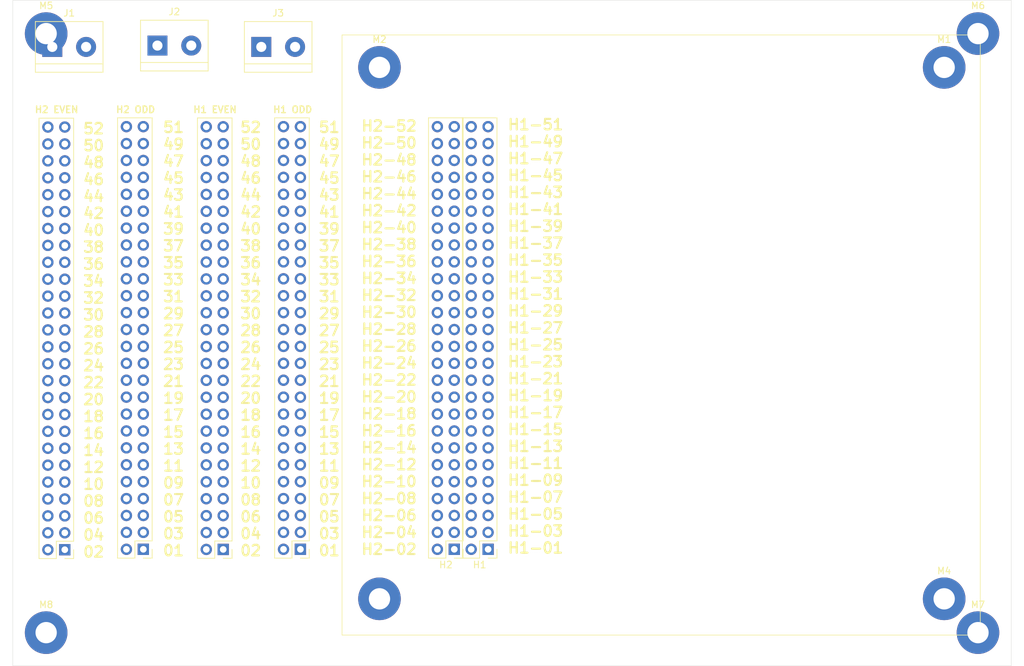
<source format=kicad_pcb>
(kicad_pcb (version 20240108) (generator "pcbnew") (generator_version "8.0")
  (layers (0 "F.Cu" signal) (1 "In1.Cu" signal) (2 "In2.Cu" signal) (31 "B.Cu" signal) (34 "B.Paste" user) (35 "F.Paste" user) (36 "B.SilkS" user "B.Silkscreen") (37 "F.SilkS" user "F.Silkscreen") (38 "B.Mask" user) (39 "F.Mask" user) (44 "Edge.Cuts" user))
  (net 0 "")
  (net 1 "H1-03")
  (net 2 "H1-04")
  (net 3 "H1-24")
  (net 4 "H1-13")
  (net 5 "H1-30")
  (net 6 "H1-38")
  (net 7 "H1-26")
  (net 8 "H1-10")
  (net 9 "H1-17")
  (net 10 "H1-32")
  (net 11 "H1-18")
  (net 12 "H1-41")
  (net 13 "H1-39")
  (net 14 "H1-46")
  (net 15 "H1-47")
  (net 16 "H1-45")
  (net 17 "H1-36")
  (net 18 "H1-48")
  (net 19 "H1-52")
  (net 20 "H1-25")
  (net 21 "H1-14")
  (net 22 "H1-19")
  (net 23 "H1-16")
  (net 24 "H1-22")
  (net 25 "H1-50")
  (net 26 "H1-37")
  (net 27 "H1-51")
  (net 28 "H1-15")
  (net 29 "H1-06")
  (net 30 "H1-44")
  (net 31 "H1-11")
  (net 32 "H1-27")
  (net 33 "H1-01")
  (net 34 "H1-43")
  (net 35 "H1-09")
  (net 36 "H1-31")
  (net 37 "H1-33")
  (net 38 "H1-21")
  (net 39 "H1-49")
  (net 40 "H1-12")
  (net 41 "H1-42")
  (net 42 "H1-35")
  (net 43 "H1-08")
  (net 44 "H1-29")
  (net 45 "H1-02")
  (net 46 "H1-40")
  (net 47 "H1-34")
  (net 48 "H1-28")
  (net 49 "H1-05")
  (net 50 "H1-07")
  (net 51 "H1-23")
  (net 52 "H1-20")
  (net 53 "H2-13")
  (net 54 "H2-10")
  (net 55 "H2-06")
  (net 56 "H2-25")
  (net 57 "H2-50")
  (net 58 "H2-29")
  (net 59 "H2-33")
  (net 60 "H2-14")
  (net 61 "H2-51")
  (net 62 "H2-48")
  (net 63 "H2-35")
  (net 64 "H2-27")
  (net 65 "H2-09")
  (net 66 "H2-02")
  (net 67 "H2-34")
  (net 68 "H2-22")
  (net 69 "H2-49")
  (net 70 "H2-42")
  (net 71 "H2-38")
  (net 72 "H2-11")
  (net 73 "H2-36")
  (net 74 "H2-17")
  (net 75 "H2-03")
  (net 76 "H2-08")
  (net 77 "H2-44")
  (net 78 "H2-12")
  (net 79 "H2-52")
  (net 80 "H2-41")
  (net 81 "H2-05")
  (net 82 "H2-01")
  (net 83 "H2-20")
  (net 84 "H2-23")
  (net 85 "H2-45")
  (net 86 "H2-04")
  (net 87 "H2-40")
  (net 88 "H2-16")
  (net 89 "H2-07")
  (net 90 "H2-24")
  (net 91 "H2-21")
  (net 92 "H2-47")
  (net 93 "H2-15")
  (net 94 "H2-39")
  (net 95 "H2-19")
  (net 96 "H2-18")
  (net 97 "H2-46")
  (net 98 "H2-43")
  (net 99 "H2-37")
  (footprint "Connector_PinHeader_2.54mm:PinHeader_2x26_P2.54mm_Vertical" (layer "F.Cu") (at 131.6 132.5 180)
    (property "Reference" "H1E1" (hide yes))
    (property "Value" "H1-02x26_Even")
    (pad "1" thru_hole rect (at 0 0 180) (size 1.7 1.7) (drill 1) (layers "*.Cu" "*.Mask") (net 45 "H1-02"))
    (pad "2" thru_hole oval (at 2.54 0 180) (size 1.7 1.7) (drill 1) (layers "*.Cu" "*.Mask") (net 45 "H1-02"))
    (pad "3" thru_hole oval (at 0 2.54 180) (size 1.7 1.7) (drill 1) (layers "*.Cu" "*.Mask") (net 2 "H1-04"))
    (pad "4" thru_hole oval (at 2.54 2.54 180) (size 1.7 1.7) (drill 1) (layers "*.Cu" "*.Mask") (net 2 "H1-04"))
    (pad "5" thru_hole oval (at 0 5.08 180) (size 1.7 1.7) (drill 1) (layers "*.Cu" "*.Mask") (net 29 "H1-06"))
    (pad "6" thru_hole oval (at 2.54 5.08 180) (size 1.7 1.7) (drill 1) (layers "*.Cu" "*.Mask") (net 29 "H1-06"))
    (pad "7" thru_hole oval (at 0 7.62 180) (size 1.7 1.7) (drill 1) (layers "*.Cu" "*.Mask") (net 43 "H1-08"))
    (pad "8" thru_hole oval (at 2.54 7.62 180) (size 1.7 1.7) (drill 1) (layers "*.Cu" "*.Mask") (net 43 "H1-08"))
    (pad "9" thru_hole oval (at 0 10.16 180) (size 1.7 1.7) (drill 1) (layers "*.Cu" "*.Mask") (net 8 "H1-10"))
    (pad "10" thru_hole oval (at 2.54 10.16 180) (size 1.7 1.7) (drill 1) (layers "*.Cu" "*.Mask") (net 8 "H1-10"))
    (pad "11" thru_hole oval (at 0 12.7 180) (size 1.7 1.7) (drill 1) (layers "*.Cu" "*.Mask") (net 40 "H1-12"))
    (pad "12" thru_hole oval (at 2.54 12.7 180) (size 1.7 1.7) (drill 1) (layers "*.Cu" "*.Mask") (net 40 "H1-12"))
    (pad "13" thru_hole oval (at 0 15.24 180) (size 1.7 1.7) (drill 1) (layers "*.Cu" "*.Mask") (net 21 "H1-14"))
    (pad "14" thru_hole oval (at 2.54 15.24 180) (size 1.7 1.7) (drill 1) (layers "*.Cu" "*.Mask") (net 21 "H1-14"))
    (pad "15" thru_hole oval (at 0 17.78 180) (size 1.7 1.7) (drill 1) (layers "*.Cu" "*.Mask") (net 23 "H1-16"))
    (pad "16" thru_hole oval (at 2.54 17.78 180) (size 1.7 1.7) (drill 1) (layers "*.Cu" "*.Mask") (net 23 "H1-16"))
    (pad "17" thru_hole oval (at 0 20.32 180) (size 1.7 1.7) (drill 1) (layers "*.Cu" "*.Mask") (net 11 "H1-18"))
    (pad "18" thru_hole oval (at 2.54 20.32 180) (size 1.7 1.7) (drill 1) (layers "*.Cu" "*.Mask") (net 11 "H1-18"))
    (pad "19" thru_hole oval (at 0 22.86 180) (size 1.7 1.7) (drill 1) (layers "*.Cu" "*.Mask") (net 52 "H1-20"))
    (pad "20" thru_hole oval (at 2.54 22.86 180) (size 1.7 1.7) (drill 1) (layers "*.Cu" "*.Mask") (net 52 "H1-20"))
    (pad "21" thru_hole oval (at 0 25.4 180) (size 1.7 1.7) (drill 1) (layers "*.Cu" "*.Mask") (net 24 "H1-22"))
    (pad "22" thru_hole oval (at 2.54 25.4 180) (size 1.7 1.7) (drill 1) (layers "*.Cu" "*.Mask") (net 24 "H1-22"))
    (pad "23" thru_hole oval (at 0 27.94 180) (size 1.7 1.7) (drill 1) (layers "*.Cu" "*.Mask") (net 3 "H1-24"))
    (pad "24" thru_hole oval (at 2.54 27.94 180) (size 1.7 1.7) (drill 1) (layers "*.Cu" "*.Mask") (net 3 "H1-24"))
    (pad "25" thru_hole oval (at 0 30.48 180) (size 1.7 1.7) (drill 1) (layers "*.Cu" "*.Mask") (net 7 "H1-26"))
    (pad "26" thru_hole oval (at 2.54 30.48 180) (size 1.7 1.7) (drill 1) (layers "*.Cu" "*.Mask") (net 7 "H1-26"))
    (pad "27" thru_hole oval (at 0 33.02 180) (size 1.7 1.7) (drill 1) (layers "*.Cu" "*.Mask") (net 48 "H1-28"))
    (pad "28" thru_hole oval (at 2.54 33.02 180) (size 1.7 1.7) (drill 1) (layers "*.Cu" "*.Mask") (net 48 "H1-28"))
    (pad "29" thru_hole oval (at 0 35.56 180) (size 1.7 1.7) (drill 1) (layers "*.Cu" "*.Mask") (net 5 "H1-30"))
    (pad "30" thru_hole oval (at 2.54 35.56 180) (size 1.7 1.7) (drill 1) (layers "*.Cu" "*.Mask") (net 5 "H1-30"))
    (pad "31" thru_hole oval (at 0 38.1 180) (size 1.7 1.7) (drill 1) (layers "*.Cu" "*.Mask") (net 10 "H1-32"))
    (pad "32" thru_hole oval (at 2.54 38.1 180) (size 1.7 1.7) (drill 1) (layers "*.Cu" "*.Mask") (net 10 "H1-32"))
    (pad "33" thru_hole oval (at 0 40.64 180) (size 1.7 1.7) (drill 1) (layers "*.Cu" "*.Mask") (net 47 "H1-34"))
    (pad "34" thru_hole oval (at 2.54 40.64 180) (size 1.7 1.7) (drill 1) (layers "*.Cu" "*.Mask") (net 47 "H1-34"))
    (pad "35" thru_hole oval (at 0 43.18 180) (size 1.7 1.7) (drill 1) (layers "*.Cu" "*.Mask") (net 17 "H1-36"))
    (pad "36" thru_hole oval (at 2.54 43.18 180) (size 1.7 1.7) (drill 1) (layers "*.Cu" "*.Mask") (net 17 "H1-36"))
    (pad "37" thru_hole oval (at 0 45.72 180) (size 1.7 1.7) (drill 1) (layers "*.Cu" "*.Mask") (net 6 "H1-38"))
    (pad "38" thru_hole oval (at 2.54 45.72 180) (size 1.7 1.7) (drill 1) (layers "*.Cu" "*.Mask") (net 6 "H1-38"))
    (pad "39" thru_hole oval (at 0 48.26 180) (size 1.7 1.7) (drill 1) (layers "*.Cu" "*.Mask") (net 46 "H1-40"))
    (pad "40" thru_hole oval (at 2.54 48.26 180) (size 1.7 1.7) (drill 1) (layers "*.Cu" "*.Mask") (net 46 "H1-40"))
    (pad "41" thru_hole oval (at 0 50.8 180) (size 1.7 1.7) (drill 1) (layers "*.Cu" "*.Mask") (net 41 "H1-42"))
    (pad "42" thru_hole oval (at 2.54 50.8 180) (size 1.7 1.7) (drill 1) (layers "*.Cu" "*.Mask") (net 41 "H1-42"))
    (pad "43" thru_hole oval (at 0 53.34 180) (size 1.7 1.7) (drill 1) (layers "*.Cu" "*.Mask") (net 30 "H1-44"))
    (pad "44" thru_hole oval (at 2.54 53.34 180) (size 1.7 1.7) (drill 1) (layers "*.Cu" "*.Mask") (net 30 "H1-44"))
    (pad "45" thru_hole oval (at 0 55.88 180) (size 1.7 1.7) (drill 1) (layers "*.Cu" "*.Mask") (net 14 "H1-46"))
    (pad "46" thru_hole oval (at 2.54 55.88 180) (size 1.7 1.7) (drill 1) (layers "*.Cu" "*.Mask") (net 14 "H1-46"))
    (pad "47" thru_hole oval (at 0 58.42 180) (size 1.7 1.7) (drill 1) (layers "*.Cu" "*.Mask") (net 18 "H1-48"))
    (pad "48" thru_hole oval (at 2.54 58.42 180) (size 1.7 1.7) (drill 1) (layers "*.Cu" "*.Mask") (net 18 "H1-48"))
    (pad "49" thru_hole oval (at 0 60.96 180) (size 1.7 1.7) (drill 1) (layers "*.Cu" "*.Mask") (net 25 "H1-50"))
    (pad "50" thru_hole oval (at 2.54 60.96 180) (size 1.7 1.7) (drill 1) (layers "*.Cu" "*.Mask") (net 25 "H1-50"))
    (pad "51" thru_hole oval (at 0 63.5 180) (size 1.7 1.7) (drill 1) (layers "*.Cu" "*.Mask") (net 19 "H1-52"))
    (pad "52" thru_hole oval (at 2.54 63.5 180) (size 1.7 1.7) (drill 1) (layers "*.Cu" "*.Mask") (net 19 "H1-52"))
  )
  (footprint "Connector_PinHeader_2.54mm:PinHeader_2x26_P2.54mm_Vertical" (layer "F.Cu") (at 171.4 132.48 180)
    (property "Reference" "H1" (at 1.27 -2.33 180) (layer "F.SilkS"))
    (property "Value" "H1-02x26")
    (pad "1" thru_hole rect (at 0 0 180) (size 1.7 1.7) (drill 1) (layers "*.Cu" "*.Mask") (net 33 "H1-01"))
    (pad "2" thru_hole oval (at 2.54 0 180) (size 1.7 1.7) (drill 1) (layers "*.Cu" "*.Mask") (net 45 "H1-02"))
    (pad "3" thru_hole oval (at 0 2.54 180) (size 1.7 1.7) (drill 1) (layers "*.Cu" "*.Mask") (net 1 "H1-03"))
    (pad "4" thru_hole oval (at 2.54 2.54 180) (size 1.7 1.7) (drill 1) (layers "*.Cu" "*.Mask") (net 2 "H1-04"))
    (pad "5" thru_hole oval (at 0 5.08 180) (size 1.7 1.7) (drill 1) (layers "*.Cu" "*.Mask") (net 49 "H1-05"))
    (pad "6" thru_hole oval (at 2.54 5.08 180) (size 1.7 1.7) (drill 1) (layers "*.Cu" "*.Mask") (net 29 "H1-06"))
    (pad "7" thru_hole oval (at 0 7.62 180) (size 1.7 1.7) (drill 1) (layers "*.Cu" "*.Mask") (net 50 "H1-07"))
    (pad "8" thru_hole oval (at 2.54 7.62 180) (size 1.7 1.7) (drill 1) (layers "*.Cu" "*.Mask") (net 43 "H1-08"))
    (pad "9" thru_hole oval (at 0 10.16 180) (size 1.7 1.7) (drill 1) (layers "*.Cu" "*.Mask") (net 35 "H1-09"))
    (pad "10" thru_hole oval (at 2.54 10.16 180) (size 1.7 1.7) (drill 1) (layers "*.Cu" "*.Mask") (net 8 "H1-10"))
    (pad "11" thru_hole oval (at 0 12.7 180) (size 1.7 1.7) (drill 1) (layers "*.Cu" "*.Mask") (net 31 "H1-11"))
    (pad "12" thru_hole oval (at 2.54 12.7 180) (size 1.7 1.7) (drill 1) (layers "*.Cu" "*.Mask") (net 40 "H1-12"))
    (pad "13" thru_hole oval (at 0 15.24 180) (size 1.7 1.7) (drill 1) (layers "*.Cu" "*.Mask") (net 4 "H1-13"))
    (pad "14" thru_hole oval (at 2.54 15.24 180) (size 1.7 1.7) (drill 1) (layers "*.Cu" "*.Mask") (net 21 "H1-14"))
    (pad "15" thru_hole oval (at 0 17.78 180) (size 1.7 1.7) (drill 1) (layers "*.Cu" "*.Mask") (net 28 "H1-15"))
    (pad "16" thru_hole oval (at 2.54 17.78 180) (size 1.7 1.7) (drill 1) (layers "*.Cu" "*.Mask") (net 23 "H1-16"))
    (pad "17" thru_hole oval (at 0 20.32 180) (size 1.7 1.7) (drill 1) (layers "*.Cu" "*.Mask") (net 9 "H1-17"))
    (pad "18" thru_hole oval (at 2.54 20.32 180) (size 1.7 1.7) (drill 1) (layers "*.Cu" "*.Mask") (net 11 "H1-18"))
    (pad "19" thru_hole oval (at 0 22.86 180) (size 1.7 1.7) (drill 1) (layers "*.Cu" "*.Mask") (net 22 "H1-19"))
    (pad "20" thru_hole oval (at 2.54 22.86 180) (size 1.7 1.7) (drill 1) (layers "*.Cu" "*.Mask") (net 52 "H1-20"))
    (pad "21" thru_hole oval (at 0 25.4 180) (size 1.7 1.7) (drill 1) (layers "*.Cu" "*.Mask") (net 38 "H1-21"))
    (pad "22" thru_hole oval (at 2.54 25.4 180) (size 1.7 1.7) (drill 1) (layers "*.Cu" "*.Mask") (net 24 "H1-22"))
    (pad "23" thru_hole oval (at 0 27.94 180) (size 1.7 1.7) (drill 1) (layers "*.Cu" "*.Mask") (net 51 "H1-23"))
    (pad "24" thru_hole oval (at 2.54 27.94 180) (size 1.7 1.7) (drill 1) (layers "*.Cu" "*.Mask") (net 3 "H1-24"))
    (pad "25" thru_hole oval (at 0 30.48 180) (size 1.7 1.7) (drill 1) (layers "*.Cu" "*.Mask") (net 20 "H1-25"))
    (pad "26" thru_hole oval (at 2.54 30.48 180) (size 1.7 1.7) (drill 1) (layers "*.Cu" "*.Mask") (net 7 "H1-26"))
    (pad "27" thru_hole oval (at 0 33.02 180) (size 1.7 1.7) (drill 1) (layers "*.Cu" "*.Mask") (net 32 "H1-27"))
    (pad "28" thru_hole oval (at 2.54 33.02 180) (size 1.7 1.7) (drill 1) (layers "*.Cu" "*.Mask") (net 48 "H1-28"))
    (pad "29" thru_hole oval (at 0 35.56 180) (size 1.7 1.7) (drill 1) (layers "*.Cu" "*.Mask") (net 44 "H1-29"))
    (pad "30" thru_hole oval (at 2.54 35.56 180) (size 1.7 1.7) (drill 1) (layers "*.Cu" "*.Mask") (net 5 "H1-30"))
    (pad "31" thru_hole oval (at 0 38.1 180) (size 1.7 1.7) (drill 1) (layers "*.Cu" "*.Mask") (net 36 "H1-31"))
    (pad "32" thru_hole oval (at 2.54 38.1 180) (size 1.7 1.7) (drill 1) (layers "*.Cu" "*.Mask") (net 10 "H1-32"))
    (pad "33" thru_hole oval (at 0 40.64 180) (size 1.7 1.7) (drill 1) (layers "*.Cu" "*.Mask") (net 37 "H1-33"))
    (pad "34" thru_hole oval (at 2.54 40.64 180) (size 1.7 1.7) (drill 1) (layers "*.Cu" "*.Mask") (net 47 "H1-34"))
    (pad "35" thru_hole oval (at 0 43.18 180) (size 1.7 1.7) (drill 1) (layers "*.Cu" "*.Mask") (net 42 "H1-35"))
    (pad "36" thru_hole oval (at 2.54 43.18 180) (size 1.7 1.7) (drill 1) (layers "*.Cu" "*.Mask") (net 17 "H1-36"))
    (pad "37" thru_hole oval (at 0 45.72 180) (size 1.7 1.7) (drill 1) (layers "*.Cu" "*.Mask") (net 26 "H1-37"))
    (pad "38" thru_hole oval (at 2.54 45.72 180) (size 1.7 1.7) (drill 1) (layers "*.Cu" "*.Mask") (net 6 "H1-38"))
    (pad "39" thru_hole oval (at 0 48.26 180) (size 1.7 1.7) (drill 1) (layers "*.Cu" "*.Mask") (net 13 "H1-39"))
    (pad "40" thru_hole oval (at 2.54 48.26 180) (size 1.7 1.7) (drill 1) (layers "*.Cu" "*.Mask") (net 46 "H1-40"))
    (pad "41" thru_hole oval (at 0 50.8 180) (size 1.7 1.7) (drill 1) (layers "*.Cu" "*.Mask") (net 12 "H1-41"))
    (pad "42" thru_hole oval (at 2.54 50.8 180) (size 1.7 1.7) (drill 1) (layers "*.Cu" "*.Mask") (net 41 "H1-42"))
    (pad "43" thru_hole oval (at 0 53.34 180) (size 1.7 1.7) (drill 1) (layers "*.Cu" "*.Mask") (net 34 "H1-43"))
    (pad "44" thru_hole oval (at 2.54 53.34 180) (size 1.7 1.7) (drill 1) (layers "*.Cu" "*.Mask") (net 30 "H1-44"))
    (pad "45" thru_hole oval (at 0 55.88 180) (size 1.7 1.7) (drill 1) (layers "*.Cu" "*.Mask") (net 16 "H1-45"))
    (pad "46" thru_hole oval (at 2.54 55.88 180) (size 1.7 1.7) (drill 1) (layers "*.Cu" "*.Mask") (net 14 "H1-46"))
    (pad "47" thru_hole oval (at 0 58.42 180) (size 1.7 1.7) (drill 1) (layers "*.Cu" "*.Mask") (net 15 "H1-47"))
    (pad "48" thru_hole oval (at 2.54 58.42 180) (size 1.7 1.7) (drill 1) (layers "*.Cu" "*.Mask") (net 18 "H1-48"))
    (pad "49" thru_hole oval (at 0 60.96 180) (size 1.7 1.7) (drill 1) (layers "*.Cu" "*.Mask") (net 39 "H1-49"))
    (pad "50" thru_hole oval (at 2.54 60.96 180) (size 1.7 1.7) (drill 1) (layers "*.Cu" "*.Mask") (net 25 "H1-50"))
    (pad "51" thru_hole oval (at 0 63.5 180) (size 1.7 1.7) (drill 1) (layers "*.Cu" "*.Mask") (net 27 "H1-51"))
    (pad "52" thru_hole oval (at 2.54 63.5 180) (size 1.7 1.7) (drill 1) (layers "*.Cu" "*.Mask") (net 19 "H1-52"))
  )
  (footprint "MountingHole:MountingHole_3.2mm_M3_Pad" (layer "F.Cu") (at 155.08 60.08)
    (property "Reference" "M2" (at 0 -4.2 0) (layer "F.SilkS"))
    (property "Value" "MountingHole_Pad")
    (pad "1" thru_hole circle (at 0 0) (size 6.4 6.4) (drill 3.2) (layers "*.Cu" "*.Mask"))
  )
  (footprint "MountingHole:MountingHole_3.2mm_M3_Pad" (layer "F.Cu") (at 155.08 139.92)
    (property "Reference" "M3" (hide yes))
    (property "Value" "MountingHole_Pad")
    (pad "1" thru_hole circle (at 0 0) (size 6.4 6.4) (drill 3.2) (layers "*.Cu" "*.Mask"))
  )
  (footprint "Connector_PinHeader_2.54mm:PinHeader_2x26_P2.54mm_Vertical" (layer "F.Cu") (at 143.2 132.48 180)
    (property "Reference" "H1O1" (hide yes))
    (property "Value" "H1-02x26_Odd")
    (pad "1" thru_hole rect (at 0 0 180) (size 1.7 1.7) (drill 1) (layers "*.Cu" "*.Mask") (net 33 "H1-01"))
    (pad "2" thru_hole oval (at 2.54 0 180) (size 1.7 1.7) (drill 1) (layers "*.Cu" "*.Mask") (net 33 "H1-01"))
    (pad "3" thru_hole oval (at 0 2.54 180) (size 1.7 1.7) (drill 1) (layers "*.Cu" "*.Mask") (net 1 "H1-03"))
    (pad "4" thru_hole oval (at 2.54 2.54 180) (size 1.7 1.7) (drill 1) (layers "*.Cu" "*.Mask") (net 1 "H1-03"))
    (pad "5" thru_hole oval (at 0 5.08 180) (size 1.7 1.7) (drill 1) (layers "*.Cu" "*.Mask") (net 49 "H1-05"))
    (pad "6" thru_hole oval (at 2.54 5.08 180) (size 1.7 1.7) (drill 1) (layers "*.Cu" "*.Mask") (net 49 "H1-05"))
    (pad "7" thru_hole oval (at 0 7.62 180) (size 1.7 1.7) (drill 1) (layers "*.Cu" "*.Mask") (net 50 "H1-07"))
    (pad "8" thru_hole oval (at 2.54 7.62 180) (size 1.7 1.7) (drill 1) (layers "*.Cu" "*.Mask") (net 50 "H1-07"))
    (pad "9" thru_hole oval (at 0 10.16 180) (size 1.7 1.7) (drill 1) (layers "*.Cu" "*.Mask") (net 35 "H1-09"))
    (pad "10" thru_hole oval (at 2.54 10.16 180) (size 1.7 1.7) (drill 1) (layers "*.Cu" "*.Mask") (net 35 "H1-09"))
    (pad "11" thru_hole oval (at 0 12.7 180) (size 1.7 1.7) (drill 1) (layers "*.Cu" "*.Mask") (net 31 "H1-11"))
    (pad "12" thru_hole oval (at 2.54 12.7 180) (size 1.7 1.7) (drill 1) (layers "*.Cu" "*.Mask") (net 31 "H1-11"))
    (pad "13" thru_hole oval (at 0 15.24 180) (size 1.7 1.7) (drill 1) (layers "*.Cu" "*.Mask") (net 4 "H1-13"))
    (pad "14" thru_hole oval (at 2.54 15.24 180) (size 1.7 1.7) (drill 1) (layers "*.Cu" "*.Mask") (net 4 "H1-13"))
    (pad "15" thru_hole oval (at 0 17.78 180) (size 1.7 1.7) (drill 1) (layers "*.Cu" "*.Mask") (net 28 "H1-15"))
    (pad "16" thru_hole oval (at 2.54 17.78 180) (size 1.7 1.7) (drill 1) (layers "*.Cu" "*.Mask") (net 28 "H1-15"))
    (pad "17" thru_hole oval (at 0 20.32 180) (size 1.7 1.7) (drill 1) (layers "*.Cu" "*.Mask") (net 9 "H1-17"))
    (pad "18" thru_hole oval (at 2.54 20.32 180) (size 1.7 1.7) (drill 1) (layers "*.Cu" "*.Mask") (net 9 "H1-17"))
    (pad "19" thru_hole oval (at 0 22.86 180) (size 1.7 1.7) (drill 1) (layers "*.Cu" "*.Mask") (net 22 "H1-19"))
    (pad "20" thru_hole oval (at 2.54 22.86 180) (size 1.7 1.7) (drill 1) (layers "*.Cu" "*.Mask") (net 22 "H1-19"))
    (pad "21" thru_hole oval (at 0 25.4 180) (size 1.7 1.7) (drill 1) (layers "*.Cu" "*.Mask") (net 38 "H1-21"))
    (pad "22" thru_hole oval (at 2.54 25.4 180) (size 1.7 1.7) (drill 1) (layers "*.Cu" "*.Mask") (net 38 "H1-21"))
    (pad "23" thru_hole oval (at 0 27.94 180) (size 1.7 1.7) (drill 1) (layers "*.Cu" "*.Mask") (net 51 "H1-23"))
    (pad "24" thru_hole oval (at 2.54 27.94 180) (size 1.7 1.7) (drill 1) (layers "*.Cu" "*.Mask") (net 51 "H1-23"))
    (pad "25" thru_hole oval (at 0 30.48 180) (size 1.7 1.7) (drill 1) (layers "*.Cu" "*.Mask") (net 20 "H1-25"))
    (pad "26" thru_hole oval (at 2.54 30.48 180) (size 1.7 1.7) (drill 1) (layers "*.Cu" "*.Mask") (net 20 "H1-25"))
    (pad "27" thru_hole oval (at 0 33.02 180) (size 1.7 1.7) (drill 1) (layers "*.Cu" "*.Mask") (net 32 "H1-27"))
    (pad "28" thru_hole oval (at 2.54 33.02 180) (size 1.7 1.7) (drill 1) (layers "*.Cu" "*.Mask") (net 32 "H1-27"))
    (pad "29" thru_hole oval (at 0 35.56 180) (size 1.7 1.7) (drill 1) (layers "*.Cu" "*.Mask") (net 44 "H1-29"))
    (pad "30" thru_hole oval (at 2.54 35.56 180) (size 1.7 1.7) (drill 1) (layers "*.Cu" "*.Mask") (net 44 "H1-29"))
    (pad "31" thru_hole oval (at 0 38.1 180) (size 1.7 1.7) (drill 1) (layers "*.Cu" "*.Mask") (net 36 "H1-31"))
    (pad "32" thru_hole oval (at 2.54 38.1 180) (size 1.7 1.7) (drill 1) (layers "*.Cu" "*.Mask") (net 36 "H1-31"))
    (pad "33" thru_hole oval (at 0 40.64 180) (size 1.7 1.7) (drill 1) (layers "*.Cu" "*.Mask") (net 37 "H1-33"))
    (pad "34" thru_hole oval (at 2.54 40.64 180) (size 1.7 1.7) (drill 1) (layers "*.Cu" "*.Mask") (net 37 "H1-33"))
    (pad "35" thru_hole oval (at 0 43.18 180) (size 1.7 1.7) (drill 1) (layers "*.Cu" "*.Mask") (net 42 "H1-35"))
    (pad "36" thru_hole oval (at 2.54 43.18 180) (size 1.7 1.7) (drill 1) (layers "*.Cu" "*.Mask") (net 42 "H1-35"))
    (pad "37" thru_hole oval (at 0 45.72 180) (size 1.7 1.7) (drill 1) (layers "*.Cu" "*.Mask") (net 26 "H1-37"))
    (pad "38" thru_hole oval (at 2.54 45.72 180) (size 1.7 1.7) (drill 1) (layers "*.Cu" "*.Mask") (net 26 "H1-37"))
    (pad "39" thru_hole oval (at 0 48.26 180) (size 1.7 1.7) (drill 1) (layers "*.Cu" "*.Mask") (net 13 "H1-39"))
    (pad "40" thru_hole oval (at 2.54 48.26 180) (size 1.7 1.7) (drill 1) (layers "*.Cu" "*.Mask") (net 13 "H1-39"))
    (pad "41" thru_hole oval (at 0 50.8 180) (size 1.7 1.7) (drill 1) (layers "*.Cu" "*.Mask") (net 12 "H1-41"))
    (pad "42" thru_hole oval (at 2.54 50.8 180) (size 1.7 1.7) (drill 1) (layers "*.Cu" "*.Mask") (net 12 "H1-41"))
    (pad "43" thru_hole oval (at 0 53.34 180) (size 1.7 1.7) (drill 1) (layers "*.Cu" "*.Mask") (net 34 "H1-43"))
    (pad "44" thru_hole oval (at 2.54 53.34 180) (size 1.7 1.7) (drill 1) (layers "*.Cu" "*.Mask") (net 34 "H1-43"))
    (pad "45" thru_hole oval (at 0 55.88 180) (size 1.7 1.7) (drill 1) (layers "*.Cu" "*.Mask") (net 16 "H1-45"))
    (pad "46" thru_hole oval (at 2.54 55.88 180) (size 1.7 1.7) (drill 1) (layers "*.Cu" "*.Mask") (net 16 "H1-45"))
    (pad "47" thru_hole oval (at 0 58.42 180) (size 1.7 1.7) (drill 1) (layers "*.Cu" "*.Mask") (net 15 "H1-47"))
    (pad "48" thru_hole oval (at 2.54 58.42 180) (size 1.7 1.7) (drill 1) (layers "*.Cu" "*.Mask") (net 15 "H1-47"))
    (pad "49" thru_hole oval (at 0 60.96 180) (size 1.7 1.7) (drill 1) (layers "*.Cu" "*.Mask") (net 39 "H1-49"))
    (pad "50" thru_hole oval (at 2.54 60.96 180) (size 1.7 1.7) (drill 1) (layers "*.Cu" "*.Mask") (net 39 "H1-49"))
    (pad "51" thru_hole oval (at 0 63.5 180) (size 1.7 1.7) (drill 1) (layers "*.Cu" "*.Mask") (net 27 "H1-51"))
    (pad "52" thru_hole oval (at 2.54 63.5 180) (size 1.7 1.7) (drill 1) (layers "*.Cu" "*.Mask") (net 27 "H1-51"))
  )
  (footprint "TerminalBlock:TerminalBlock_bornier-2_P5.08mm" (layer "F.Cu") (at 105.92 57)
    (property "Reference" "J1" (at 2.54 -5.08 0) (layer "F.SilkS"))
    (property "Value" "Screw_Terminal_01x02")
    (pad "1" thru_hole rect (at 0 0) (size 3 3) (drill 1.52) (layers "*.Cu" "*.Mask") (net 58 "H2-29"))
    (pad "2" thru_hole circle (at 5.08 0) (size 3 3) (drill 1.52) (layers "*.Cu" "*.Mask") (net 58 "H2-29"))
  )
  (footprint "MountingHole:MountingHole_3.2mm_M3_Pad" (layer "F.Cu") (at 239.92 139.92)
    (property "Reference" "M4" (at 0 -4.2 0) (layer "F.SilkS"))
    (property "Value" "MountingHole_Pad")
    (pad "1" thru_hole circle (at 0 0) (size 6.4 6.4) (drill 3.2) (layers "*.Cu" "*.Mask"))
  )
  (footprint "MountingHole:MountingHole_3.2mm_M3_Pad" (layer "F.Cu") (at 245 55)
    (property "Reference" "M6" (at 0 -4.2 0) (layer "F.SilkS"))
    (property "Value" "MountingHole_Pad")
    (pad "1" thru_hole circle (at 0 0) (size 6.4 6.4) (drill 3.2) (layers "*.Cu" "*.Mask"))
  )
  (footprint "MountingHole:MountingHole_3.2mm_M3_Pad" (layer "F.Cu") (at 105 55)
    (property "Reference" "M5" (at 0 -4.2 0) (layer "F.SilkS"))
    (property "Value" "MountingHole_Pad")
    (pad "1" thru_hole circle (at 0 0) (size 6.4 6.4) (drill 3.2) (layers "*.Cu" "*.Mask"))
  )
  (footprint "MountingHole:MountingHole_3.2mm_M3_Pad" (layer "F.Cu") (at 239.92 60.08)
    (property "Reference" "M1" (at 0 -4.2 0) (layer "F.SilkS"))
    (property "Value" "MountingHole_Pad")
    (pad "1" thru_hole circle (at 0 0) (size 6.4 6.4) (drill 3.2) (layers "*.Cu" "*.Mask"))
  )
  (footprint "Connector_PinHeader_2.54mm:PinHeader_2x26_P2.54mm_Vertical" (layer "F.Cu") (at 119.6 132.48 180)
    (property "Reference" "H2O1" (hide yes))
    (property "Value" "H2-0x26_Odd")
    (pad "1" thru_hole rect (at 0 0 180) (size 1.7 1.7) (drill 1) (layers "*.Cu" "*.Mask") (net 82 "H2-01"))
    (pad "2" thru_hole oval (at 2.54 0 180) (size 1.7 1.7) (drill 1) (layers "*.Cu" "*.Mask") (net 82 "H2-01"))
    (pad "3" thru_hole oval (at 0 2.54 180) (size 1.7 1.7) (drill 1) (layers "*.Cu" "*.Mask") (net 75 "H2-03"))
    (pad "4" thru_hole oval (at 2.54 2.54 180) (size 1.7 1.7) (drill 1) (layers "*.Cu" "*.Mask") (net 75 "H2-03"))
    (pad "5" thru_hole oval (at 0 5.08 180) (size 1.7 1.7) (drill 1) (layers "*.Cu" "*.Mask") (net 81 "H2-05"))
    (pad "6" thru_hole oval (at 2.54 5.08 180) (size 1.7 1.7) (drill 1) (layers "*.Cu" "*.Mask") (net 81 "H2-05"))
    (pad "7" thru_hole oval (at 0 7.62 180) (size 1.7 1.7) (drill 1) (layers "*.Cu" "*.Mask") (net 89 "H2-07"))
    (pad "8" thru_hole oval (at 2.54 7.62 180) (size 1.7 1.7) (drill 1) (layers "*.Cu" "*.Mask") (net 89 "H2-07"))
    (pad "9" thru_hole oval (at 0 10.16 180) (size 1.7 1.7) (drill 1) (layers "*.Cu" "*.Mask") (net 65 "H2-09"))
    (pad "10" thru_hole oval (at 2.54 10.16 180) (size 1.7 1.7) (drill 1) (layers "*.Cu" "*.Mask") (net 65 "H2-09"))
    (pad "11" thru_hole oval (at 0 12.7 180) (size 1.7 1.7) (drill 1) (layers "*.Cu" "*.Mask") (net 72 "H2-11"))
    (pad "12" thru_hole oval (at 2.54 12.7 180) (size 1.7 1.7) (drill 1) (layers "*.Cu" "*.Mask") (net 72 "H2-11"))
    (pad "13" thru_hole oval (at 0 15.24 180) (size 1.7 1.7) (drill 1) (layers "*.Cu" "*.Mask") (net 53 "H2-13"))
    (pad "14" thru_hole oval (at 2.54 15.24 180) (size 1.7 1.7) (drill 1) (layers "*.Cu" "*.Mask") (net 53 "H2-13"))
    (pad "15" thru_hole oval (at 0 17.78 180) (size 1.7 1.7) (drill 1) (layers "*.Cu" "*.Mask") (net 93 "H2-15"))
    (pad "16" thru_hole oval (at 2.54 17.78 180) (size 1.7 1.7) (drill 1) (layers "*.Cu" "*.Mask") (net 93 "H2-15"))
    (pad "17" thru_hole oval (at 0 20.32 180) (size 1.7 1.7) (drill 1) (layers "*.Cu" "*.Mask") (net 74 "H2-17"))
    (pad "18" thru_hole oval (at 2.54 20.32 180) (size 1.7 1.7) (drill 1) (layers "*.Cu" "*.Mask") (net 74 "H2-17"))
    (pad "19" thru_hole oval (at 0 22.86 180) (size 1.7 1.7) (drill 1) (layers "*.Cu" "*.Mask") (net 95 "H2-19"))
    (pad "20" thru_hole oval (at 2.54 22.86 180) (size 1.7 1.7) (drill 1) (layers "*.Cu" "*.Mask") (net 95 "H2-19"))
    (pad "21" thru_hole oval (at 0 25.4 180) (size 1.7 1.7) (drill 1) (layers "*.Cu" "*.Mask") (net 91 "H2-21"))
    (pad "22" thru_hole oval (at 2.54 25.4 180) (size 1.7 1.7) (drill 1) (layers "*.Cu" "*.Mask") (net 91 "H2-21"))
    (pad "23" thru_hole oval (at 0 27.94 180) (size 1.7 1.7) (drill 1) (layers "*.Cu" "*.Mask") (net 84 "H2-23"))
    (pad "24" thru_hole oval (at 2.54 27.94 180) (size 1.7 1.7) (drill 1) (layers "*.Cu" "*.Mask") (net 84 "H2-23"))
    (pad "25" thru_hole oval (at 0 30.48 180) (size 1.7 1.7) (drill 1) (layers "*.Cu" "*.Mask") (net 56 "H2-25"))
    (pad "26" thru_hole oval (at 2.54 30.48 180) (size 1.7 1.7) (drill 1) (layers "*.Cu" "*.Mask") (net 56 "H2-25"))
    (pad "27" thru_hole oval (at 0 33.02 180) (size 1.7 1.7) (drill 1) (layers "*.Cu" "*.Mask") (net 64 "H2-27"))
    (pad "28" thru_hole oval (at 2.54 33.02 180) (size 1.7 1.7) (drill 1) (layers "*.Cu" "*.Mask") (net 64 "H2-27"))
    (pad "29" thru_hole oval (at 0 35.56 180) (size 1.7 1.7) (drill 1) (layers "*.Cu" "*.Mask") (net 58 "H2-29"))
    (pad "30" thru_hole oval (at 2.54 35.56 180) (size 1.7 1.7) (drill 1) (layers "*.Cu" "*.Mask") (net 58 "H2-29"))
    (pad "31" thru_hole oval (at 0 38.1 180) (size 1.7 1.7) (drill 1) (layers "*.Cu" "*.Mask") (net 58 "H2-29"))
    (pad "32" thru_hole oval (at 2.54 38.1 180) (size 1.7 1.7) (drill 1) (layers "*.Cu" "*.Mask") (net 58 "H2-29"))
    (pad "33" thru_hole oval (at 0 40.64 180) (size 1.7 1.7) (drill 1) (layers "*.Cu" "*.Mask") (net 59 "H2-33"))
    (pad "34" thru_hole oval (at 2.54 40.64 180) (size 1.7 1.7) (drill 1) (layers "*.Cu" "*.Mask") (net 59 "H2-33"))
    (pad "35" thru_hole oval (at 0 43.18 180) (size 1.7 1.7) (drill 1) (layers "*.Cu" "*.Mask") (net 63 "H2-35"))
    (pad "36" thru_hole oval (at 2.54 43.18 180) (size 1.7 1.7) (drill 1) (layers "*.Cu" "*.Mask") (net 63 "H2-35"))
    (pad "37" thru_hole oval (at 0 45.72 180) (size 1.7 1.7) (drill 1) (layers "*.Cu" "*.Mask") (net 99 "H2-37"))
    (pad "38" thru_hole oval (at 2.54 45.72 180) (size 1.7 1.7) (drill 1) (layers "*.Cu" "*.Mask") (net 99 "H2-37"))
    (pad "39" thru_hole oval (at 0 48.26 180) (size 1.7 1.7) (drill 1) (layers "*.Cu" "*.Mask") (net 94 "H2-39"))
    (pad "40" thru_hole oval (at 2.54 48.26 180) (size 1.7 1.7) (drill 1) (layers "*.Cu" "*.Mask") (net 94 "H2-39"))
    (pad "41" thru_hole oval (at 0 50.8 180) (size 1.7 1.7) (drill 1) (layers "*.Cu" "*.Mask") (net 80 "H2-41"))
    (pad "42" thru_hole oval (at 2.54 50.8 180) (size 1.7 1.7) (drill 1) (layers "*.Cu" "*.Mask") (net 80 "H2-41"))
    (pad "43" thru_hole oval (at 0 53.34 180) (size 1.7 1.7) (drill 1) (layers "*.Cu" "*.Mask") (net 98 "H2-43"))
    (pad "44" thru_hole oval (at 2.54 53.34 180) (size 1.7 1.7) (drill 1) (layers "*.Cu" "*.Mask") (net 98 "H2-43"))
    (pad "45" thru_hole oval (at 0 55.88 180) (size 1.7 1.7) (drill 1) (layers "*.Cu" "*.Mask") (net 85 "H2-45"))
    (pad "46" thru_hole oval (at 2.54 55.88 180) (size 1.7 1.7) (drill 1) (layers "*.Cu" "*.Mask") (net 85 "H2-45"))
    (pad "47" thru_hole oval (at 0 58.42 180) (size 1.7 1.7) (drill 1) (layers "*.Cu" "*.Mask") (net 92 "H2-47"))
    (pad "48" thru_hole oval (at 2.54 58.42 180) (size 1.7 1.7) (drill 1) (layers "*.Cu" "*.Mask") (net 92 "H2-47"))
    (pad "49" thru_hole oval (at 0 60.96 180) (size 1.7 1.7) (drill 1) (layers "*.Cu" "*.Mask") (net 69 "H2-49"))
    (pad "50" thru_hole oval (at 2.54 60.96 180) (size 1.7 1.7) (drill 1) (layers "*.Cu" "*.Mask") (net 69 "H2-49"))
    (pad "51" thru_hole oval (at 0 63.5 180) (size 1.7 1.7) (drill 1) (layers "*.Cu" "*.Mask") (net 61 "H2-51"))
    (pad "52" thru_hole oval (at 2.54 63.5 180) (size 1.7 1.7) (drill 1) (layers "*.Cu" "*.Mask") (net 61 "H2-51"))
  )
  (footprint "MountingHole:MountingHole_3.2mm_M3_Pad" (layer "F.Cu") (at 105 145)
    (property "Reference" "M8" (at 0 -4.2 0) (layer "F.SilkS"))
    (property "Value" "MountingHole_Pad")
    (pad "1" thru_hole circle (at 0 0) (size 6.4 6.4) (drill 3.2) (layers "*.Cu" "*.Mask"))
  )
  (footprint "TerminalBlock:TerminalBlock_bornier-2_P5.08mm" (layer "F.Cu") (at 137.32 57)
    (property "Reference" "J3" (at 2.54 -5.08 0) (layer "F.SilkS"))
    (property "Value" "Screw_Terminal_01x02")
    (pad "1" thru_hole rect (at 0 0) (size 3 3) (drill 1.52) (layers "*.Cu" "*.Mask") (net 64 "H2-27"))
    (pad "2" thru_hole circle (at 5.08 0) (size 3 3) (drill 1.52) (layers "*.Cu" "*.Mask") (net 64 "H2-27"))
  )
  (footprint "TerminalBlock:TerminalBlock_bornier-2_P5.08mm" (layer "F.Cu") (at 121.72 56.8)
    (property "Reference" "J2" (at 2.54 -5.08 0) (layer "F.SilkS"))
    (property "Value" "Screw_Terminal_01x02")
    (pad "1" thru_hole rect (at 0 0) (size 3 3) (drill 1.52) (layers "*.Cu" "*.Mask") (net 56 "H2-25"))
    (pad "2" thru_hole circle (at 5.08 0) (size 3 3) (drill 1.52) (layers "*.Cu" "*.Mask") (net 56 "H2-25"))
  )
  (footprint "Connector_PinHeader_2.54mm:PinHeader_2x26_P2.54mm_Vertical" (layer "F.Cu") (at 166.32 132.48 180)
    (property "Reference" "H2" (at 1.27 -2.33 180) (layer "F.SilkS"))
    (property "Value" "H2-0x26")
    (pad "1" thru_hole rect (at 0 0 180) (size 1.7 1.7) (drill 1) (layers "*.Cu" "*.Mask") (net 82 "H2-01"))
    (pad "2" thru_hole oval (at 2.54 0 180) (size 1.7 1.7) (drill 1) (layers "*.Cu" "*.Mask") (net 66 "H2-02"))
    (pad "3" thru_hole oval (at 0 2.54 180) (size 1.7 1.7) (drill 1) (layers "*.Cu" "*.Mask") (net 75 "H2-03"))
    (pad "4" thru_hole oval (at 2.54 2.54 180) (size 1.7 1.7) (drill 1) (layers "*.Cu" "*.Mask") (net 86 "H2-04"))
    (pad "5" thru_hole oval (at 0 5.08 180) (size 1.7 1.7) (drill 1) (layers "*.Cu" "*.Mask") (net 81 "H2-05"))
    (pad "6" thru_hole oval (at 2.54 5.08 180) (size 1.7 1.7) (drill 1) (layers "*.Cu" "*.Mask") (net 55 "H2-06"))
    (pad "7" thru_hole oval (at 0 7.62 180) (size 1.7 1.7) (drill 1) (layers "*.Cu" "*.Mask") (net 89 "H2-07"))
    (pad "8" thru_hole oval (at 2.54 7.62 180) (size 1.7 1.7) (drill 1) (layers "*.Cu" "*.Mask") (net 76 "H2-08"))
    (pad "9" thru_hole oval (at 0 10.16 180) (size 1.7 1.7) (drill 1) (layers "*.Cu" "*.Mask") (net 65 "H2-09"))
    (pad "10" thru_hole oval (at 2.54 10.16 180) (size 1.7 1.7) (drill 1) (layers "*.Cu" "*.Mask") (net 54 "H2-10"))
    (pad "11" thru_hole oval (at 0 12.7 180) (size 1.7 1.7) (drill 1) (layers "*.Cu" "*.Mask") (net 72 "H2-11"))
    (pad "12" thru_hole oval (at 2.54 12.7 180) (size 1.7 1.7) (drill 1) (layers "*.Cu" "*.Mask") (net 78 "H2-12"))
    (pad "13" thru_hole oval (at 0 15.24 180) (size 1.7 1.7) (drill 1) (layers "*.Cu" "*.Mask") (net 53 "H2-13"))
    (pad "14" thru_hole oval (at 2.54 15.24 180) (size 1.7 1.7) (drill 1) (layers "*.Cu" "*.Mask") (net 60 "H2-14"))
    (pad "15" thru_hole oval (at 0 17.78 180) (size 1.7 1.7) (drill 1) (layers "*.Cu" "*.Mask") (net 93 "H2-15"))
    (pad "16" thru_hole oval (at 2.54 17.78 180) (size 1.7 1.7) (drill 1) (layers "*.Cu" "*.Mask") (net 88 "H2-16"))
    (pad "17" thru_hole oval (at 0 20.32 180) (size 1.7 1.7) (drill 1) (layers "*.Cu" "*.Mask") (net 74 "H2-17"))
    (pad "18" thru_hole oval (at 2.54 20.32 180) (size 1.7 1.7) (drill 1) (layers "*.Cu" "*.Mask") (net 96 "H2-18"))
    (pad "19" thru_hole oval (at 0 22.86 180) (size 1.7 1.7) (drill 1) (layers "*.Cu" "*.Mask") (net 95 "H2-19"))
    (pad "20" thru_hole oval (at 2.54 22.86 180) (size 1.7 1.7) (drill 1) (layers "*.Cu" "*.Mask") (net 83 "H2-20"))
    (pad "21" thru_hole oval (at 0 25.4 180) (size 1.7 1.7) (drill 1) (layers "*.Cu" "*.Mask") (net 91 "H2-21"))
    (pad "22" thru_hole oval (at 2.54 25.4 180) (size 1.7 1.7) (drill 1) (layers "*.Cu" "*.Mask") (net 68 "H2-22"))
    (pad "23" thru_hole oval (at 0 27.94 180) (size 1.7 1.7) (drill 1) (layers "*.Cu" "*.Mask") (net 84 "H2-23"))
    (pad "24" thru_hole oval (at 2.54 27.94 180) (size 1.7 1.7) (drill 1) (layers "*.Cu" "*.Mask") (net 90 "H2-24"))
    (pad "25" thru_hole oval (at 0 30.48 180) (size 1.7 1.7) (drill 1) (layers "*.Cu" "*.Mask") (net 56 "H2-25"))
    (pad "26" thru_hole oval (at 2.54 30.48 180) (size 1.7 1.7) (drill 1) (layers "*.Cu" "*.Mask") (net 56 "H2-25"))
    (pad "27" thru_hole oval (at 0 33.02 180) (size 1.7 1.7) (drill 1) (layers "*.Cu" "*.Mask") (net 64 "H2-27"))
    (pad "28" thru_hole oval (at 2.54 33.02 180) (size 1.7 1.7) (drill 1) (layers "*.Cu" "*.Mask") (net 64 "H2-27"))
    (pad "29" thru_hole oval (at 0 35.56 180) (size 1.7 1.7) (drill 1) (layers "*.Cu" "*.Mask") (net 58 "H2-29"))
    (pad "30" thru_hole oval (at 2.54 35.56 180) (size 1.7 1.7) (drill 1) (layers "*.Cu" "*.Mask") (net 58 "H2-29"))
    (pad "31" thru_hole oval (at 0 38.1 180) (size 1.7 1.7) (drill 1) (layers "*.Cu" "*.Mask") (net 58 "H2-29"))
    (pad "32" thru_hole oval (at 2.54 38.1 180) (size 1.7 1.7) (drill 1) (layers "*.Cu" "*.Mask") (net 58 "H2-29"))
    (pad "33" thru_hole oval (at 0 40.64 180) (size 1.7 1.7) (drill 1) (layers "*.Cu" "*.Mask") (net 59 "H2-33"))
    (pad "34" thru_hole oval (at 2.54 40.64 180) (size 1.7 1.7) (drill 1) (layers "*.Cu" "*.Mask") (net 67 "H2-34"))
    (pad "35" thru_hole oval (at 0 43.18 180) (size 1.7 1.7) (drill 1) (layers "*.Cu" "*.Mask") (net 63 "H2-35"))
    (pad "36" thru_hole oval (at 2.54 43.18 180) (size 1.7 1.7) (drill 1) (layers "*.Cu" "*.Mask") (net 73 "H2-36"))
    (pad "37" thru_hole oval (at 0 45.72 180) (size 1.7 1.7) (drill 1) (layers "*.Cu" "*.Mask") (net 99 "H2-37"))
    (pad "38" thru_hole oval (at 2.54 45.72 180) (size 1.7 1.7) (drill 1) (layers "*.Cu" "*.Mask") (net 71 "H2-38"))
    (pad "39" thru_hole oval (at 0 48.26 180) (size 1.7 1.7) (drill 1) (layers "*.Cu" "*.Mask") (net 94 "H2-39"))
    (pad "40" thru_hole oval (at 2.54 48.26 180) (size 1.7 1.7) (drill 1) (layers "*.Cu" "*.Mask") (net 87 "H2-40"))
    (pad "41" thru_hole oval (at 0 50.8 180) (size 1.7 1.7) (drill 1) (layers "*.Cu" "*.Mask") (net 80 "H2-41"))
    (pad "42" thru_hole oval (at 2.54 50.8 180) (size 1.7 1.7) (drill 1) (layers "*.Cu" "*.Mask") (net 70 "H2-42"))
    (pad "43" thru_hole oval (at 0 53.34 180) (size 1.7 1.7) (drill 1) (layers "*.Cu" "*.Mask") (net 98 "H2-43"))
    (pad "44" thru_hole oval (at 2.54 53.34 180) (size 1.7 1.7) (drill 1) (layers "*.Cu" "*.Mask") (net 77 "H2-44"))
    (pad "45" thru_hole oval (at 0 55.88 180) (size 1.7 1.7) (drill 1) (layers "*.Cu" "*.Mask") (net 85 "H2-45"))
    (pad "46" thru_hole oval (at 2.54 55.88 180) (size 1.7 1.7) (drill 1) (layers "*.Cu" "*.Mask") (net 97 "H2-46"))
    (pad "47" thru_hole oval (at 0 58.42 180) (size 1.7 1.7) (drill 1) (layers "*.Cu" "*.Mask") (net 92 "H2-47"))
    (pad "48" thru_hole oval (at 2.54 58.42 180) (size 1.7 1.7) (drill 1) (layers "*.Cu" "*.Mask") (net 62 "H2-48"))
    (pad "49" thru_hole oval (at 0 60.96 180) (size 1.7 1.7) (drill 1) (layers "*.Cu" "*.Mask") (net 69 "H2-49"))
    (pad "50" thru_hole oval (at 2.54 60.96 180) (size 1.7 1.7) (drill 1) (layers "*.Cu" "*.Mask") (net 57 "H2-50"))
    (pad "51" thru_hole oval (at 0 63.5 180) (size 1.7 1.7) (drill 1) (layers "*.Cu" "*.Mask") (net 61 "H2-51"))
    (pad "52" thru_hole oval (at 2.54 63.5 180) (size 1.7 1.7) (drill 1) (layers "*.Cu" "*.Mask") (net 79 "H2-52"))
  )
  (footprint "MountingHole:MountingHole_3.2mm_M3_Pad" (layer "F.Cu") (at 245 145)
    (property "Reference" "M7" (at 0 -4.2 0) (layer "F.SilkS"))
    (property "Value" "MountingHole_Pad")
    (pad "1" thru_hole circle (at 0 0) (size 6.4 6.4) (drill 3.2) (layers "*.Cu" "*.Mask"))
  )
  (footprint "Connector_PinHeader_2.54mm:PinHeader_2x26_P2.54mm_Vertical" (layer "F.Cu") (at 107.8 132.54 180)
    (property "Reference" "H2E1" (hide yes))
    (property "Value" "H2-0x26_Even")
    (pad "1" thru_hole rect (at 0 0 180) (size 1.7 1.7) (drill 1) (layers "*.Cu" "*.Mask") (net 66 "H2-02"))
    (pad "2" thru_hole oval (at 2.54 0 180) (size 1.7 1.7) (drill 1) (layers "*.Cu" "*.Mask") (net 66 "H2-02"))
    (pad "3" thru_hole oval (at 0 2.54 180) (size 1.7 1.7) (drill 1) (layers "*.Cu" "*.Mask") (net 86 "H2-04"))
    (pad "4" thru_hole oval (at 2.54 2.54 180) (size 1.7 1.7) (drill 1) (layers "*.Cu" "*.Mask") (net 86 "H2-04"))
    (pad "5" thru_hole oval (at 0 5.08 180) (size 1.7 1.7) (drill 1) (layers "*.Cu" "*.Mask") (net 55 "H2-06"))
    (pad "6" thru_hole oval (at 2.54 5.08 180) (size 1.7 1.7) (drill 1) (layers "*.Cu" "*.Mask") (net 55 "H2-06"))
    (pad "7" thru_hole oval (at 0 7.62 180) (size 1.7 1.7) (drill 1) (layers "*.Cu" "*.Mask") (net 76 "H2-08"))
    (pad "8" thru_hole oval (at 2.54 7.62 180) (size 1.7 1.7) (drill 1) (layers "*.Cu" "*.Mask") (net 76 "H2-08"))
    (pad "9" thru_hole oval (at 0 10.16 180) (size 1.7 1.7) (drill 1) (layers "*.Cu" "*.Mask") (net 54 "H2-10"))
    (pad "10" thru_hole oval (at 2.54 10.16 180) (size 1.7 1.7) (drill 1) (layers "*.Cu" "*.Mask") (net 54 "H2-10"))
    (pad "11" thru_hole oval (at 0 12.7 180) (size 1.7 1.7) (drill 1) (layers "*.Cu" "*.Mask") (net 78 "H2-12"))
    (pad "12" thru_hole oval (at 2.54 12.7 180) (size 1.7 1.7) (drill 1) (layers "*.Cu" "*.Mask") (net 78 "H2-12"))
    (pad "13" thru_hole oval (at 0 15.24 180) (size 1.7 1.7) (drill 1) (layers "*.Cu" "*.Mask") (net 60 "H2-14"))
    (pad "14" thru_hole oval (at 2.54 15.24 180) (size 1.7 1.7) (drill 1) (layers "*.Cu" "*.Mask") (net 60 "H2-14"))
    (pad "15" thru_hole oval (at 0 17.78 180) (size 1.7 1.7) (drill 1) (layers "*.Cu" "*.Mask") (net 88 "H2-16"))
    (pad "16" thru_hole oval (at 2.54 17.78 180) (size 1.7 1.7) (drill 1) (layers "*.Cu" "*.Mask") (net 88 "H2-16"))
    (pad "17" thru_hole oval (at 0 20.32 180) (size 1.7 1.7) (drill 1) (layers "*.Cu" "*.Mask") (net 96 "H2-18"))
    (pad "18" thru_hole oval (at 2.54 20.32 180) (size 1.7 1.7) (drill 1) (layers "*.Cu" "*.Mask") (net 96 "H2-18"))
    (pad "19" thru_hole oval (at 0 22.86 180) (size 1.7 1.7) (drill 1) (layers "*.Cu" "*.Mask") (net 83 "H2-20"))
    (pad "20" thru_hole oval (at 2.54 22.86 180) (size 1.7 1.7) (drill 1) (layers "*.Cu" "*.Mask") (net 83 "H2-20"))
    (pad "21" thru_hole oval (at 0 25.4 180) (size 1.7 1.7) (drill 1) (layers "*.Cu" "*.Mask") (net 68 "H2-22"))
    (pad "22" thru_hole oval (at 2.54 25.4 180) (size 1.7 1.7) (drill 1) (layers "*.Cu" "*.Mask") (net 68 "H2-22"))
    (pad "23" thru_hole oval (at 0 27.94 180) (size 1.7 1.7) (drill 1) (layers "*.Cu" "*.Mask") (net 90 "H2-24"))
    (pad "24" thru_hole oval (at 2.54 27.94 180) (size 1.7 1.7) (drill 1) (layers "*.Cu" "*.Mask") (net 90 "H2-24"))
    (pad "25" thru_hole oval (at 0 30.48 180) (size 1.7 1.7) (drill 1) (layers "*.Cu" "*.Mask") (net 56 "H2-25"))
    (pad "26" thru_hole oval (at 2.54 30.48 180) (size 1.7 1.7) (drill 1) (layers "*.Cu" "*.Mask") (net 56 "H2-25"))
    (pad "27" thru_hole oval (at 0 33.02 180) (size 1.7 1.7) (drill 1) (layers "*.Cu" "*.Mask") (net 64 "H2-27"))
    (pad "28" thru_hole oval (at 2.54 33.02 180) (size 1.7 1.7) (drill 1) (layers "*.Cu" "*.Mask") (net 64 "H2-27"))
    (pad "29" thru_hole oval (at 0 35.56 180) (size 1.7 1.7) (drill 1) (layers "*.Cu" "*.Mask") (net 58 "H2-29"))
    (pad "30" thru_hole oval (at 2.54 35.56 180) (size 1.7 1.7) (drill 1) (layers "*.Cu" "*.Mask") (net 58 "H2-29"))
    (pad "31" thru_hole oval (at 0 38.1 180) (size 1.7 1.7) (drill 1) (layers "*.Cu" "*.Mask") (net 58 "H2-29"))
    (pad "32" thru_hole oval (at 2.54 38.1 180) (size 1.7 1.7) (drill 1) (layers "*.Cu" "*.Mask") (net 58 "H2-29"))
    (pad "33" thru_hole oval (at 0 40.64 180) (size 1.7 1.7) (drill 1) (layers "*.Cu" "*.Mask") (net 67 "H2-34"))
    (pad "34" thru_hole oval (at 2.54 40.64 180) (size 1.7 1.7) (drill 1) (layers "*.Cu" "*.Mask") (net 67 "H2-34"))
    (pad "35" thru_hole oval (at 0 43.18 180) (size 1.7 1.7) (drill 1) (layers "*.Cu" "*.Mask") (net 73 "H2-36"))
    (pad "36" thru_hole oval (at 2.54 43.18 180) (size 1.7 1.7) (drill 1) (layers "*.Cu" "*.Mask") (net 73 "H2-36"))
    (pad "37" thru_hole oval (at 0 45.72 180) (size 1.7 1.7) (drill 1) (layers "*.Cu" "*.Mask") (net 71 "H2-38"))
    (pad "38" thru_hole oval (at 2.54 45.72 180) (size 1.7 1.7) (drill 1) (layers "*.Cu" "*.Mask") (net 71 "H2-38"))
    (pad "39" thru_hole oval (at 0 48.26 180) (size 1.7 1.7) (drill 1) (layers "*.Cu" "*.Mask") (net 87 "H2-40"))
    (pad "40" thru_hole oval (at 2.54 48.26 180) (size 1.7 1.7) (drill 1) (layers "*.Cu" "*.Mask") (net 87 "H2-40"))
    (pad "41" thru_hole oval (at 0 50.8 180) (size 1.7 1.7) (drill 1) (layers "*.Cu" "*.Mask") (net 70 "H2-42"))
    (pad "42" thru_hole oval (at 2.54 50.8 180) (size 1.7 1.7) (drill 1) (layers "*.Cu" "*.Mask") (net 70 "H2-42"))
    (pad "43" thru_hole oval (at 0 53.34 180) (size 1.7 1.7) (drill 1) (layers "*.Cu" "*.Mask") (net 77 "H2-44"))
    (pad "44" thru_hole oval (at 2.54 53.34 180) (size 1.7 1.7) (drill 1) (layers "*.Cu" "*.Mask") (net 77 "H2-44"))
    (pad "45" thru_hole oval (at 0 55.88 180) (size 1.7 1.7) (drill 1) (layers "*.Cu" "*.Mask") (net 97 "H2-46"))
    (pad "46" thru_hole oval (at 2.54 55.88 180) (size 1.7 1.7) (drill 1) (layers "*.Cu" "*.Mask") (net 97 "H2-46"))
    (pad "47" thru_hole oval (at 0 58.42 180) (size 1.7 1.7) (drill 1) (layers "*.Cu" "*.Mask") (net 62 "H2-48"))
    (pad "48" thru_hole oval (at 2.54 58.42 180) (size 1.7 1.7) (drill 1) (layers "*.Cu" "*.Mask") (net 62 "H2-48"))
    (pad "49" thru_hole oval (at 0 60.96 180) (size 1.7 1.7) (drill 1) (layers "*.Cu" "*.Mask") (net 57 "H2-50"))
    (pad "50" thru_hole oval (at 2.54 60.96 180) (size 1.7 1.7) (drill 1) (layers "*.Cu" "*.Mask") (net 57 "H2-50"))
    (pad "51" thru_hole oval (at 0 63.5 180) (size 1.7 1.7) (drill 1) (layers "*.Cu" "*.Mask") (net 79 "H2-52"))
    (pad "52" thru_hole oval (at 2.54 63.5 180) (size 1.7 1.7) (drill 1) (layers "*.Cu" "*.Mask") (net 79 "H2-52"))
  )
  (gr_rect (start 149.455 55.2) (end 245.345 145.37) (stroke (width 0.1)) (fill none) (layer "F.SilkS"))
  (gr_rect (start 100 50) (end 250 150) (stroke (width 0.05)) (fill none) (layer "Edge.Cuts"))
  (gr_text "52\n50\n48\n46\n44\n42\n40\n38\n36\n34\n32\n30\n28\n26\n24\n22\n20\n18\n16\n14\n12\n10\n08\n06\n04\n02" (at 110.4 133.8 0) (layer "F.SilkS") (effects (font (size 1.58 1.6) (thickness 0.32) (bold yes)) (justify left bottom)))
  (gr_text "52\n50\n48\n46\n44\n42\n40\n38\n36\n34\n32\n30\n28\n26\n24\n22\n20\n18\n16\n14\n12\n10\n08\n06\n04\n02" (at 134 133.6 0) (layer "F.SilkS") (effects (font (size 1.58 1.6) (thickness 0.32) (bold yes)) (justify left bottom)))
  (gr_text "H2 EVEN\n" (at 103.2 67 0) (layer "F.SilkS") (effects (font (size 1 1) (thickness 0.2) (bold yes)) (justify left bottom)))
  (gr_text "H1 EVEN\n" (at 127 67 0) (layer "F.SilkS") (effects (font (size 1 1) (thickness 0.2) (bold yes)) (justify left bottom)))
  (gr_text "H1-51\nH1-49\nH1-47\nH1-45\nH1-43\nH1-41\nH1-39\nH1-37\nH1-35\nH1-33\nH1-31\nH1-29\nH1-27\nH1-25\nH1-23\nH1-21\nH1-19\nH1-17\nH1-15\nH1-13\nH1-11\nH1-09\nH1-07\nH1-05\nH1-03\nH1-01" (at 174.2 133.2 0) (layer "F.SilkS") (effects (font (size 1.58 1.6) (thickness 0.32) (bold yes)) (justify left bottom)))
  (gr_text "H1 ODD" (at 139 67 0) (layer "F.SilkS") (effects (font (size 1 1) (thickness 0.2) (bold yes)) (justify left bottom)))
  (gr_text "51\n49\n47\n45\n43\n41\n39\n37\n35\n33\n31\n29\n27\n25\n23\n21\n19\n17\n15\n13\n11\n09\n07\n05\n03\n01" (at 145.8 133.6 0) (layer "F.SilkS") (effects (font (size 1.58 1.6) (thickness 0.32) (bold yes)) (justify left bottom)))
  (gr_text "H2 ODD" (at 115.4 67 0) (layer "F.SilkS") (effects (font (size 1 1) (thickness 0.2) (bold yes)) (justify left bottom)))
  (gr_text "51\n49\n47\n45\n43\n41\n39\n37\n35\n33\n31\n29\n27\n25\n23\n21\n19\n17\n15\n13\n11\n09\n07\n05\n03\n01" (at 122.4 133.6 0) (layer "F.SilkS") (effects (font (size 1.58 1.6) (thickness 0.32) (bold yes)) (justify left bottom)))
  (gr_text "H2-52\nH2-50\nH2-48\nH2-46\nH2-44\nH2-42\nH2-40\nH2-38\nH2-36\nH2-34\nH2-32\nH2-30\nH2-28\nH2-26\nH2-24\nH2-22\nH2-20\nH2-18\nH2-16\nH2-14\nH2-12\nH2-10\nH2-08\nH2-06\nH2-04\nH2-02" (at 152.2 133.4 0) (layer "F.SilkS") (effects (font (size 1.58 1.6) (thickness 0.32) (bold yes)) (justify left bottom)))
)
</source>
